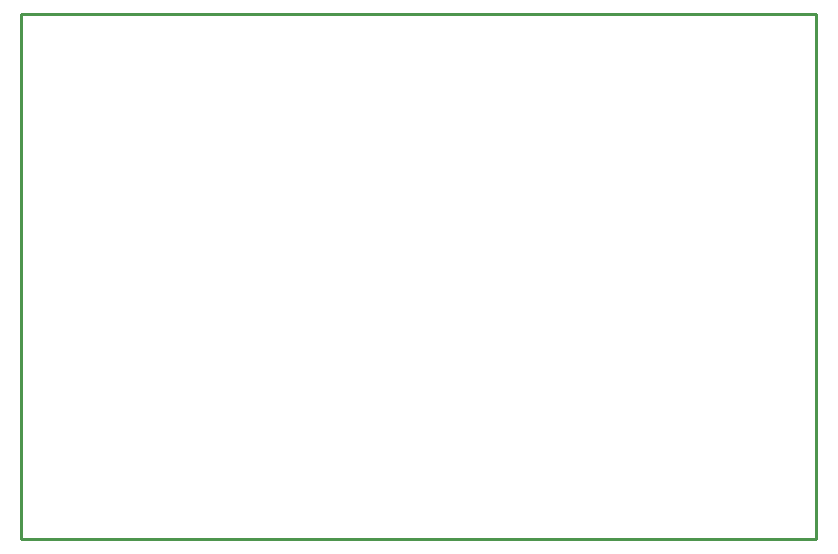
<source format=gbr>
G04 start of page 4 for group 2 idx 2 *
G04 Title: (unknown), outline *
G04 Creator: pcb 20140316 *
G04 CreationDate: Thu 27 Apr 2017 04:48:59 AM GMT UTC *
G04 For: railfan *
G04 Format: Gerber/RS-274X *
G04 PCB-Dimensions (mil): 2650.00 1750.00 *
G04 PCB-Coordinate-Origin: lower left *
%MOIN*%
%FSLAX25Y25*%
%LNOUTLINE*%
%ADD58C,0.0100*%
G54D58*X0Y175000D02*X265000D01*
Y0D01*
X0D02*Y175000D01*
X265000Y0D02*X0D01*
M02*

</source>
